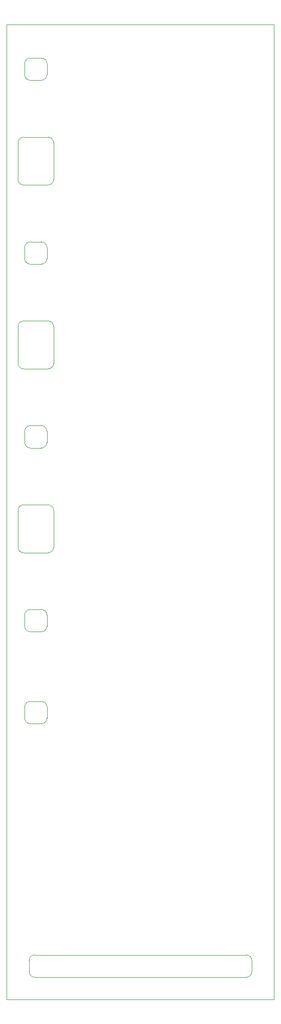
<source format=gm1>
G04 #@! TF.GenerationSoftware,KiCad,Pcbnew,8.0.3*
G04 #@! TF.CreationDate,2024-06-29T16:07:53+02:00*
G04 #@! TF.ProjectId,DMH_Adapter_Mult_PCB,444d485f-4164-4617-9074-65725f4d756c,1*
G04 #@! TF.SameCoordinates,Original*
G04 #@! TF.FileFunction,Profile,NP*
%FSLAX46Y46*%
G04 Gerber Fmt 4.6, Leading zero omitted, Abs format (unit mm)*
G04 Created by KiCad (PCBNEW 8.0.3) date 2024-06-29 16:07:53*
%MOMM*%
%LPD*%
G01*
G04 APERTURE LIST*
G04 #@! TA.AperFunction,Profile*
%ADD10C,0.050000*%
G04 #@! TD*
G04 APERTURE END LIST*
D10*
X56900000Y-138800000D02*
X56900000Y-132200000D01*
X51500000Y-73800000D02*
G75*
G02*
X50500000Y-72800000I0J1000000D01*
G01*
X52500000Y-213000000D02*
G75*
G02*
X53500000Y-212000000I1000000J0D01*
G01*
X51700000Y-153000000D02*
X51700000Y-151000000D01*
X55700000Y-153000000D02*
G75*
G02*
X54700000Y-154000000I-1000000J0D01*
G01*
X55700000Y-85000000D02*
X55700000Y-87000000D01*
X51700000Y-119992893D02*
X51700000Y-117992893D01*
X55700000Y-54000000D02*
G75*
G02*
X54700000Y-55000000I-1000000J0D01*
G01*
X52700000Y-154000000D02*
G75*
G02*
X51700000Y-153000000I0J1000000D01*
G01*
X55700000Y-52000000D02*
X55700000Y-54000000D01*
X54700000Y-170500000D02*
X52700000Y-170500000D01*
X51500000Y-106800000D02*
X55900000Y-106800000D01*
X51700000Y-169500000D02*
X51700000Y-167500000D01*
X51700000Y-167500000D02*
G75*
G02*
X52700000Y-166500000I1000000J0D01*
G01*
X55700000Y-151000000D02*
X55700000Y-153000000D01*
X51500000Y-106800000D02*
G75*
G02*
X50500000Y-105800000I0J1000000D01*
G01*
X52700000Y-51000000D02*
X54700000Y-51000000D01*
X51700000Y-54000000D02*
X51700000Y-52000000D01*
X54700000Y-120992893D02*
X52700000Y-120992893D01*
X52700000Y-55000000D02*
G75*
G02*
X51700000Y-54000000I0J1000000D01*
G01*
X92500000Y-213000000D02*
X92500000Y-215000000D01*
X52500000Y-213000000D02*
X52500000Y-215000000D01*
X55900000Y-131200000D02*
G75*
G02*
X56900000Y-132200000I0J-1000000D01*
G01*
X51500000Y-139800000D02*
X55900000Y-139800000D01*
X91500000Y-212000000D02*
X53500000Y-212000000D01*
X91500000Y-212000000D02*
G75*
G02*
X92500000Y-213000000I0J-1000000D01*
G01*
X92500000Y-215000000D02*
G75*
G02*
X91500000Y-216000000I-1000000J0D01*
G01*
X55700000Y-169500000D02*
G75*
G02*
X54700000Y-170500000I-1000000J0D01*
G01*
X48500000Y-45000000D02*
X96500000Y-45000000D01*
X96500000Y-220000000D01*
X48500000Y-220000000D01*
X48500000Y-45000000D01*
X54700000Y-116992893D02*
G75*
G02*
X55700007Y-117992893I0J-1000007D01*
G01*
X51700000Y-117992893D02*
G75*
G02*
X52700000Y-116992900I1000000J-7D01*
G01*
X55700000Y-117992893D02*
X55700000Y-119992893D01*
X52700000Y-116992893D02*
X54700000Y-116992893D01*
X55900000Y-98200000D02*
X51500000Y-98200000D01*
X50500000Y-132200000D02*
X50500000Y-138800000D01*
X55900000Y-65200000D02*
G75*
G02*
X56900000Y-66200000I0J-1000000D01*
G01*
X52700000Y-166500000D02*
X54700000Y-166500000D01*
X56900000Y-72800000D02*
G75*
G02*
X55900000Y-73800000I-1000000J0D01*
G01*
X53500000Y-216000000D02*
G75*
G02*
X52500000Y-215000000I0J1000000D01*
G01*
X51500000Y-139800000D02*
G75*
G02*
X50500000Y-138800000I0J1000000D01*
G01*
X50500000Y-66200000D02*
X50500000Y-72800000D01*
X55700000Y-119992893D02*
G75*
G02*
X54700000Y-120992900I-1000000J-7D01*
G01*
X54700000Y-154000000D02*
X52700000Y-154000000D01*
X51700000Y-151000000D02*
G75*
G02*
X52700000Y-150000000I1000000J0D01*
G01*
X55900000Y-98200000D02*
G75*
G02*
X56900000Y-99200000I0J-1000000D01*
G01*
X52700000Y-170500000D02*
G75*
G02*
X51700000Y-169500000I0J1000000D01*
G01*
X54700000Y-166500000D02*
G75*
G02*
X55700000Y-167500000I0J-1000000D01*
G01*
X50500000Y-99200000D02*
X50500000Y-105800000D01*
X53500000Y-216000000D02*
X91500000Y-216000000D01*
X50500000Y-66200000D02*
G75*
G02*
X51500000Y-65200000I1000000J0D01*
G01*
X56900000Y-105800000D02*
G75*
G02*
X55900000Y-106800000I-1000000J0D01*
G01*
X54700000Y-84000000D02*
G75*
G02*
X55700000Y-85000000I0J-1000000D01*
G01*
X51700000Y-52000000D02*
G75*
G02*
X52700000Y-51000000I1000000J0D01*
G01*
X52700000Y-150000000D02*
X54700000Y-150000000D01*
X51700000Y-87000000D02*
X51700000Y-85000000D01*
X52700000Y-120992893D02*
G75*
G02*
X51700007Y-119992893I0J999993D01*
G01*
X55700000Y-167500000D02*
X55700000Y-169500000D01*
X52700000Y-88000000D02*
G75*
G02*
X51700000Y-87000000I0J1000000D01*
G01*
X51500000Y-73800000D02*
X55900000Y-73800000D01*
X54700000Y-88000000D02*
X52700000Y-88000000D01*
X52700000Y-84000000D02*
X54700000Y-84000000D01*
X55900000Y-131200000D02*
X51500000Y-131200000D01*
X56900000Y-138800000D02*
G75*
G02*
X55900000Y-139800000I-1000000J0D01*
G01*
X54700000Y-150000000D02*
G75*
G02*
X55700000Y-151000000I0J-1000000D01*
G01*
X54700000Y-55000000D02*
X52700000Y-55000000D01*
X54700000Y-51000000D02*
G75*
G02*
X55700000Y-52000000I0J-1000000D01*
G01*
X51700000Y-85000000D02*
G75*
G02*
X52700000Y-84000000I1000000J0D01*
G01*
X56900000Y-105800000D02*
X56900000Y-99200000D01*
X55700000Y-87000000D02*
G75*
G02*
X54700000Y-88000000I-1000000J0D01*
G01*
X50500000Y-132200000D02*
G75*
G02*
X51500000Y-131200000I1000000J0D01*
G01*
X55900000Y-65200000D02*
X51500000Y-65200000D01*
X50500000Y-99200000D02*
G75*
G02*
X51500000Y-98200000I1000000J0D01*
G01*
X56900000Y-72800000D02*
X56900000Y-66200000D01*
M02*

</source>
